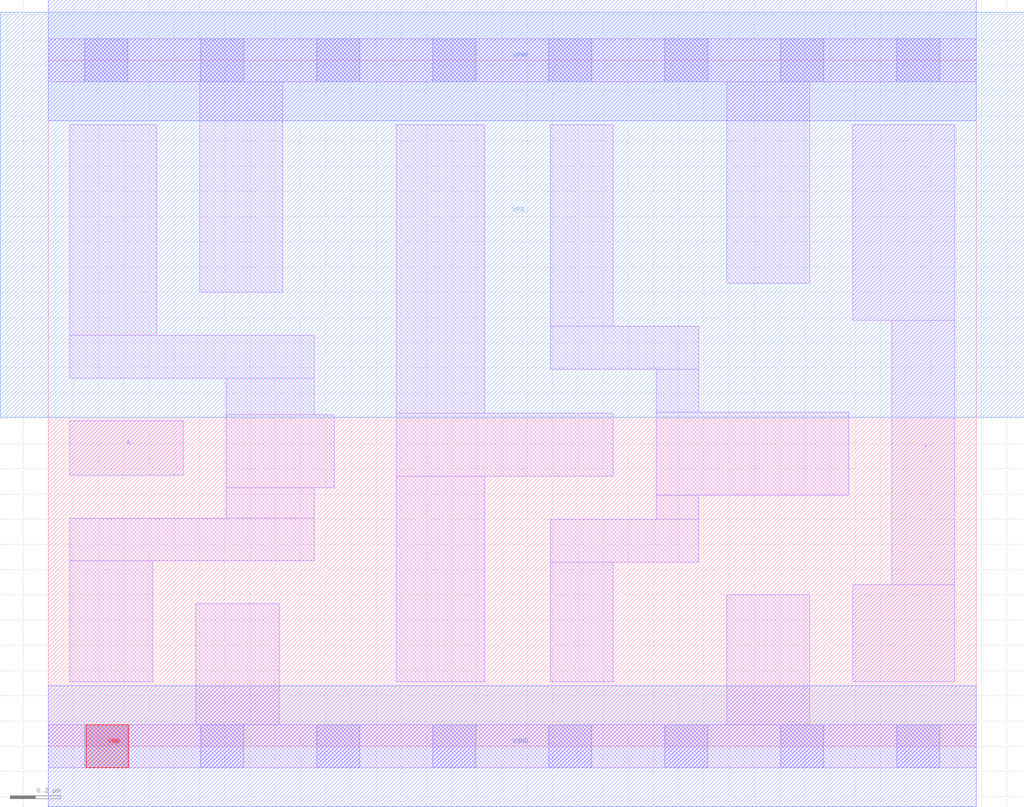
<source format=lef>
# Copyright 2020 The SkyWater PDK Authors
#
# Licensed under the Apache License, Version 2.0 (the "License");
# you may not use this file except in compliance with the License.
# You may obtain a copy of the License at
#
#     https://www.apache.org/licenses/LICENSE-2.0
#
# Unless required by applicable law or agreed to in writing, software
# distributed under the License is distributed on an "AS IS" BASIS,
# WITHOUT WARRANTIES OR CONDITIONS OF ANY KIND, either express or implied.
# See the License for the specific language governing permissions and
# limitations under the License.
#
# SPDX-License-Identifier: Apache-2.0

VERSION 5.7 ;
  NOWIREEXTENSIONATPIN ON ;
  DIVIDERCHAR "/" ;
  BUSBITCHARS "[]" ;
MACRO sky130_fd_sc_hd__clkdlybuf4s50_1
  CLASS CORE ;
  FOREIGN sky130_fd_sc_hd__clkdlybuf4s50_1 ;
  ORIGIN  0.000000  0.000000 ;
  SIZE  3.680000 BY  2.720000 ;
  SYMMETRY X Y R90 ;
  SITE unithd ;
  PIN A
    ANTENNAGATEAREA  0.213000 ;
    DIRECTION INPUT ;
    USE SIGNAL ;
    PORT
      LAYER li1 ;
        RECT 0.085000 1.075000 0.535000 1.290000 ;
    END
  END A
  PIN VNB
    PORT
      LAYER pwell ;
        RECT 0.150000 -0.085000 0.320000 0.085000 ;
    END
  END VNB
  PIN VPB
    PORT
      LAYER nwell ;
        RECT -0.190000 1.305000 3.870000 2.910000 ;
    END
  END VPB
  PIN X
    ANTENNADIFFAREA  0.504100 ;
    DIRECTION OUTPUT ;
    USE SIGNAL ;
    PORT
      LAYER li1 ;
        RECT 3.190000 0.255000 3.595000 0.640000 ;
        RECT 3.190000 1.690000 3.595000 2.465000 ;
        RECT 3.345000 0.640000 3.595000 1.690000 ;
    END
  END X
  PIN VGND
    DIRECTION INOUT ;
    SHAPE ABUTMENT ;
    USE GROUND ;
    PORT
      LAYER met1 ;
        RECT 0.000000 -0.240000 3.680000 0.240000 ;
    END
  END VGND
  PIN VPWR
    DIRECTION INOUT ;
    SHAPE ABUTMENT ;
    USE POWER ;
    PORT
      LAYER met1 ;
        RECT 0.000000 2.480000 3.680000 2.960000 ;
    END
  END VPWR
  OBS
    LAYER li1 ;
      RECT 0.000000 -0.085000 3.680000 0.085000 ;
      RECT 0.000000  2.635000 3.680000 2.805000 ;
      RECT 0.085000  0.255000 0.415000 0.735000 ;
      RECT 0.085000  0.735000 1.055000 0.905000 ;
      RECT 0.085000  1.460000 1.055000 1.630000 ;
      RECT 0.085000  1.630000 0.430000 2.465000 ;
      RECT 0.585000  0.085000 0.915000 0.565000 ;
      RECT 0.600000  1.800000 0.930000 2.635000 ;
      RECT 0.705000  0.905000 1.055000 1.025000 ;
      RECT 0.705000  1.025000 1.135000 1.315000 ;
      RECT 0.705000  1.315000 1.055000 1.460000 ;
      RECT 1.380000  0.255000 1.730000 1.070000 ;
      RECT 1.380000  1.070000 2.240000 1.320000 ;
      RECT 1.380000  1.320000 1.730000 2.465000 ;
      RECT 1.990000  0.255000 2.240000 0.730000 ;
      RECT 1.990000  0.730000 2.580000 0.900000 ;
      RECT 1.990000  1.495000 2.580000 1.665000 ;
      RECT 1.990000  1.665000 2.240000 2.465000 ;
      RECT 2.410000  0.900000 2.580000 0.995000 ;
      RECT 2.410000  0.995000 3.175000 1.325000 ;
      RECT 2.410000  1.325000 2.580000 1.495000 ;
      RECT 2.690000  0.085000 3.020000 0.600000 ;
      RECT 2.690000  1.835000 3.020000 2.635000 ;
    LAYER mcon ;
      RECT 0.145000 -0.085000 0.315000 0.085000 ;
      RECT 0.145000  2.635000 0.315000 2.805000 ;
      RECT 0.605000 -0.085000 0.775000 0.085000 ;
      RECT 0.605000  2.635000 0.775000 2.805000 ;
      RECT 1.065000 -0.085000 1.235000 0.085000 ;
      RECT 1.065000  2.635000 1.235000 2.805000 ;
      RECT 1.525000 -0.085000 1.695000 0.085000 ;
      RECT 1.525000  2.635000 1.695000 2.805000 ;
      RECT 1.985000 -0.085000 2.155000 0.085000 ;
      RECT 1.985000  2.635000 2.155000 2.805000 ;
      RECT 2.445000 -0.085000 2.615000 0.085000 ;
      RECT 2.445000  2.635000 2.615000 2.805000 ;
      RECT 2.905000 -0.085000 3.075000 0.085000 ;
      RECT 2.905000  2.635000 3.075000 2.805000 ;
      RECT 3.365000 -0.085000 3.535000 0.085000 ;
      RECT 3.365000  2.635000 3.535000 2.805000 ;
  END
END sky130_fd_sc_hd__clkdlybuf4s50_1
END LIBRARY

</source>
